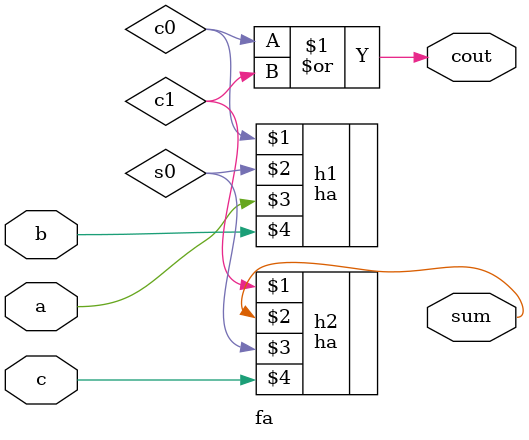
<source format=v>
module fa(cout,sum,a,b,c);
input a,b,c;
output sum,cout;

ha h1(c0,s0,a,b);
ha h2(c1,sum,s0,c);
or h3(cout,c0,c1);
endmodule
</source>
